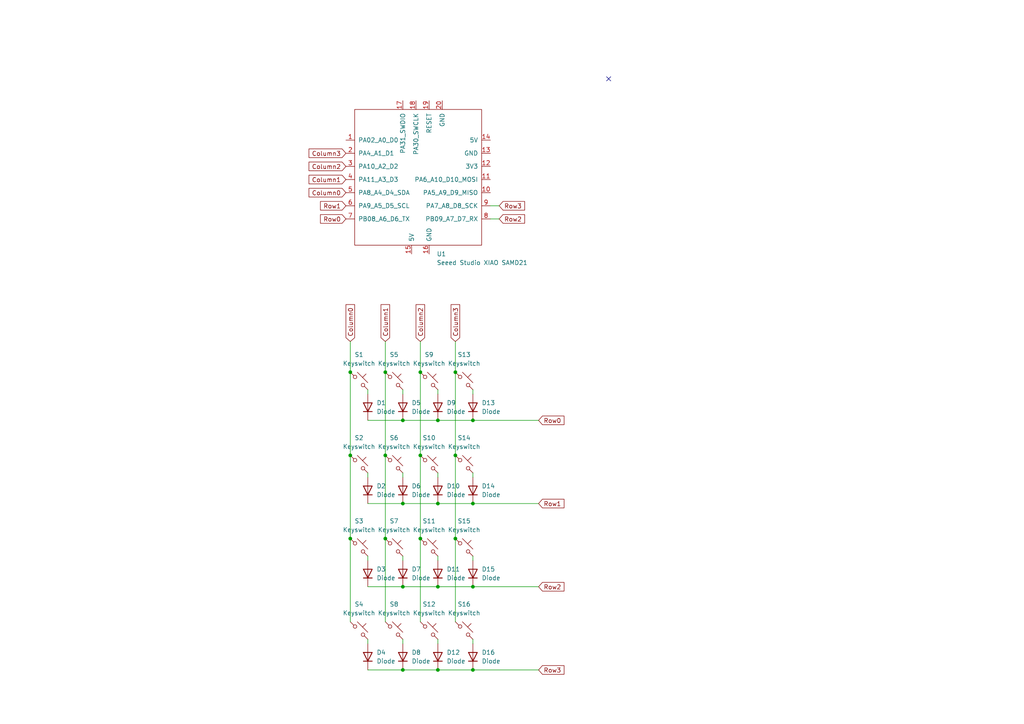
<source format=kicad_sch>
(kicad_sch (version 20231120) (generator "eeschema") (generator_version "8.0")
  (paper "A4")
  (lib_symbols
    (symbol "ScottoKeebs:Placeholder_Diode" (pin_numbers hide) (pin_names hide)
      (property "Reference" "D" (at 0 2.54 0))
      (property "Value" "Diode" (at 0 -2.54 0))
      (symbol "Placeholder_Diode_0_1"
        (polyline (pts (xy -1.27 1.27) (xy -1.27 -1.27)) (stroke (width 0.254)))
        (polyline (pts (xy 1.27 0) (xy -1.27 0)))
        (polyline (pts (xy 1.27 1.27) (xy 1.27 -1.27) (xy -1.27 0) (xy 1.27 1.27)) (stroke (width 0.254)))
      )
      (symbol "Placeholder_Diode_1_1"
        (pin passive line (at -3.81 0 0) (length 2.54) (name "K") (number "1"))
        (pin passive line (at 3.81 0 180) (length 2.54) (name "A") (number "2"))
      )
    )
    (symbol "ScottoKeebs:Placeholder_Keyswitch" (pin_numbers hide) (pin_names (offset 1.016) hide)
      (property "Reference" "S" (at 3.048 1.016 0))
      (property "Value" "Keyswitch" (at 0 -3.81 0))
      (symbol "Placeholder_Keyswitch_0_1"
        (circle (center -1.1684 1.1684) (radius 0.508))
        (polyline (pts (xy -0.508 2.54) (xy 2.54 -0.508)))
        (polyline (pts (xy 1.016 1.016) (xy 2.032 2.032)))
        (polyline (pts (xy -2.54 2.54) (xy -1.524 1.524) (xy -1.524 1.524)))
        (polyline (pts (xy 1.524 -1.524) (xy 2.54 -2.54) (xy 2.54 -2.54) (xy 2.54 -2.54)))
        (circle (center 1.143 -1.1938) (radius 0.508))
        (pin passive line (at -2.54 2.54 0) (length 0) (name "1") (number "1"))
        (pin passive line (at 2.54 -2.54 180) (length 0) (name "2") (number "2"))
      )
    )
    (symbol "Seeed_Studio_XIAO_Series:Seeed Studio XIAO SAMD21" (pin_names (offset 1.016))
      (property "Reference" "U" (at -19.05 22.86 0))
      (property "Value" "Seeed Studio XIAO SAMD21" (at -12.7 21.59 0))
      (symbol "Seeed Studio XIAO SAMD21_0_1"
        (rectangle (start -19.05 20.32) (end 17.78 -19.05))
      )
      (symbol "Seeed Studio XIAO SAMD21_1_1"
        (pin unspecified line (at -21.59 11.43 0) (length 2.54) (name "PA02_A0_D0") (number "1"))
        (pin unspecified line (at 20.32 -3.81 180) (length 2.54) (name "PA5_A9_D9_MISO") (number "10"))
        (pin unspecified line (at 20.32 0 180) (length 2.54) (name "PA6_A10_D10_MOSI") (number "11"))
        (pin unspecified line (at 20.32 3.81 180) (length 2.54) (name "3V3") (number "12"))
        (pin unspecified line (at 20.32 7.62 180) (length 2.54) (name "GND") (number "13"))
        (pin unspecified line (at 20.32 11.43 180) (length 2.54) (name "5V") (number "14"))
        (pin input line (at -2.54 -21.59 90) (length 2.54) (name "5V") (number "15"))
        (pin input line (at 2.54 -21.59 90) (length 2.54) (name "GND") (number "16"))
        (pin input line (at -5.08 22.86 270) (length 2.54) (name "PA31_SWDIO") (number "17"))
        (pin input line (at -1.27 22.86 270) (length 2.54) (name "PA30_SWCLK") (number "18"))
        (pin input line (at 2.54 22.86 270) (length 2.54) (name "RESET") (number "19"))
        (pin unspecified line (at -21.59 7.62 0) (length 2.54) (name "PA4_A1_D1") (number "2"))
        (pin input line (at 6.35 22.86 270) (length 2.54) (name "GND") (number "20"))
        (pin unspecified line (at -21.59 3.81 0) (length 2.54) (name "PA10_A2_D2") (number "3"))
        (pin unspecified line (at -21.59 0 0) (length 2.54) (name "PA11_A3_D3") (number "4"))
        (pin unspecified line (at -21.59 -3.81 0) (length 2.54) (name "PA8_A4_D4_SDA") (number "5"))
        (pin unspecified line (at -21.59 -7.62 0) (length 2.54) (name "PA9_A5_D5_SCL") (number "6"))
        (pin unspecified line (at -21.59 -11.43 0) (length 2.54) (name "PB08_A6_D6_TX") (number "7"))
        (pin unspecified line (at 20.32 -11.43 180) (length 2.54) (name "PB09_A7_D7_RX") (number "8"))
        (pin unspecified line (at 20.32 -7.62 180) (length 2.54) (name "PA7_A8_D8_SCK") (number "9"))
      )
    )
  )
  (junction (at 111.76 132.08))
  (junction (at 101.6 156.21))
  (junction (at 101.6 107.95))
  (junction (at 137.16 170.18))
  (junction (at 116.84 121.92))
  (junction (at 101.6 132.08))
  (junction (at 127 170.18))
  (junction (at 121.92 107.95))
  (junction (at 137.16 194.31))
  (junction (at 132.08 107.95))
  (junction (at 137.16 121.92))
  (junction (at 127 146.05))
  (junction (at 116.84 194.31))
  (junction (at 111.76 107.95))
  (junction (at 127 194.31))
  (junction (at 116.84 146.05))
  (junction (at 111.76 156.21))
  (junction (at 132.08 132.08))
  (junction (at 121.92 132.08))
  (junction (at 137.16 146.05))
  (junction (at 132.08 156.21))
  (junction (at 116.84 170.18))
  (junction (at 127 121.92))
  (junction (at 121.92 156.21))
  (no_connect (at 176.53 22.86))
  (wire (pts (xy 137.16 113.03) (xy 137.16 114.3)))
  (wire (pts (xy 106.68 138.43) (xy 106.68 137.16)))
  (wire (pts (xy 127 114.3) (xy 127 113.03)))
  (wire (pts (xy 127 170.18) (xy 137.16 170.18)))
  (wire (pts (xy 106.68 121.92) (xy 116.84 121.92)))
  (wire (pts (xy 127 162.56) (xy 127 161.29)))
  (wire (pts (xy 132.08 156.21) (xy 132.08 180.34)))
  (wire (pts (xy 127 138.43) (xy 127 137.16)))
  (wire (pts (xy 106.68 194.31) (xy 116.84 194.31)))
  (wire (pts (xy 116.84 121.92) (xy 127 121.92)))
  (wire (pts (xy 111.76 107.95) (xy 111.76 132.08)))
  (wire (pts (xy 101.6 99.06) (xy 101.6 107.95)))
  (wire (pts (xy 106.68 114.3) (xy 106.68 113.03)))
  (wire (pts (xy 111.76 156.21) (xy 111.76 180.34)))
  (wire (pts (xy 116.84 186.69) (xy 116.84 185.42)))
  (wire (pts (xy 127 194.31) (xy 137.16 194.31)))
  (wire (pts (xy 144.78 63.5) (xy 142.24 63.5)))
  (wire (pts (xy 127 121.92) (xy 137.16 121.92)))
  (wire (pts (xy 106.68 170.18) (xy 116.84 170.18)))
  (wire (pts (xy 101.6 132.08) (xy 101.6 156.21)))
  (wire (pts (xy 127 146.05) (xy 137.16 146.05)))
  (wire (pts (xy 137.16 146.05) (xy 156.21 146.05)))
  (wire (pts (xy 137.16 186.69) (xy 137.16 185.42)))
  (wire (pts (xy 132.08 107.95) (xy 132.08 132.08)))
  (wire (pts (xy 116.84 114.3) (xy 116.84 113.03)))
  (wire (pts (xy 132.08 132.08) (xy 132.08 156.21)))
  (wire (pts (xy 101.6 107.95) (xy 101.6 132.08)))
  (wire (pts (xy 137.16 121.92) (xy 156.21 121.92)))
  (wire (pts (xy 106.68 146.05) (xy 116.84 146.05)))
  (wire (pts (xy 116.84 194.31) (xy 127 194.31)))
  (wire (pts (xy 121.92 132.08) (xy 121.92 156.21)))
  (wire (pts (xy 116.84 146.05) (xy 127 146.05)))
  (wire (pts (xy 101.6 156.21) (xy 101.6 180.34)))
  (wire (pts (xy 111.76 132.08) (xy 111.76 156.21)))
  (wire (pts (xy 116.84 138.43) (xy 116.84 137.16)))
  (wire (pts (xy 132.08 99.06) (xy 132.08 107.95)))
  (wire (pts (xy 121.92 107.95) (xy 121.92 132.08)))
  (wire (pts (xy 121.92 156.21) (xy 121.92 180.34)))
  (wire (pts (xy 111.76 99.06) (xy 111.76 107.95)))
  (wire (pts (xy 116.84 162.56) (xy 116.84 161.29)))
  (wire (pts (xy 121.92 99.06) (xy 121.92 107.95)))
  (wire (pts (xy 106.68 186.69) (xy 106.68 185.42)))
  (wire (pts (xy 137.16 162.56) (xy 137.16 161.29)))
  (wire (pts (xy 106.68 162.56) (xy 106.68 161.29)))
  (wire (pts (xy 137.16 194.31) (xy 156.21 194.31)))
  (wire (pts (xy 137.16 170.18) (xy 156.21 170.18)))
  (wire (pts (xy 116.84 170.18) (xy 127 170.18)))
  (wire (pts (xy 127 186.69) (xy 127 185.42)))
  (wire (pts (xy 137.16 138.43) (xy 137.16 137.16)))
  (wire (pts (xy 144.78 59.69) (xy 142.24 59.69)))
  (global_label "Column0" (shape input) (at 101.6 99.06 90) (property "Intersheetrefs" "${INTERSHEET_REFS}" (effects (hide yes))))
  (global_label "Row0" (shape input) (at 156.21 121.92 0) (property "Intersheetrefs" "${INTERSHEET_REFS}" (effects (hide yes))))
  (global_label "Column0" (shape input) (at 100.33 55.88 180) (property "Intersheetrefs" "${INTERSHEET_REFS}" (effects (hide yes))))
  (global_label "Row3" (shape input) (at 144.78 59.69 0) (property "Intersheetrefs" "${INTERSHEET_REFS}" (effects (hide yes))))
  (global_label "Column2" (shape input) (at 121.92 99.06 90) (property "Intersheetrefs" "${INTERSHEET_REFS}" (effects (hide yes))))
  (global_label "Row3" (shape input) (at 156.21 194.31 0) (property "Intersheetrefs" "${INTERSHEET_REFS}" (effects (hide yes))))
  (global_label "Column1" (shape input) (at 100.33 52.07 180) (property "Intersheetrefs" "${INTERSHEET_REFS}" (effects (hide yes))))
  (global_label "Row1" (shape input) (at 100.33 59.69 180) (property "Intersheetrefs" "${INTERSHEET_REFS}" (effects (hide yes))))
  (global_label "Column2" (shape input) (at 100.33 48.26 180) (property "Intersheetrefs" "${INTERSHEET_REFS}" (effects (hide yes))))
  (global_label "Row1" (shape input) (at 156.21 146.05 0) (property "Intersheetrefs" "${INTERSHEET_REFS}" (effects (hide yes))))
  (global_label "Column3" (shape input) (at 100.33 44.45 180) (property "Intersheetrefs" "${INTERSHEET_REFS}" (effects (hide yes))))
  (global_label "Column3" (shape input) (at 132.08 99.06 90) (property "Intersheetrefs" "${INTERSHEET_REFS}" (effects (hide yes))))
  (global_label "Row0" (shape input) (at 100.33 63.5 180) (property "Intersheetrefs" "${INTERSHEET_REFS}" (effects (hide yes))))
  (global_label "Column1" (shape input) (at 111.76 99.06 90) (property "Intersheetrefs" "${INTERSHEET_REFS}" (effects (hide yes))))
  (global_label "Row2" (shape input) (at 144.78 63.5 0) (property "Intersheetrefs" "${INTERSHEET_REFS}" (effects (hide yes))))
  (global_label "Row2" (shape input) (at 156.21 170.18 0) (property "Intersheetrefs" "${INTERSHEET_REFS}" (effects (hide yes))))
  (symbol (lib_id "ScottoKeebs:Placeholder_Diode") (at 137.16 142.24 90) (unit 1)
    (property "Reference" "D14" (at 139.7 140.9699 90) (effects (justify right)))
    (property "Value" "Diode" (at 139.7 143.5099 90) (effects (justify right)))
    (property "Footprint" "ScottoKeebs_Components:Diode_DO-35" (effects (hide yes)))
    (property "Description" "1N4148 (DO-35) or 1N4148W (SOD-123)" (effects (hide yes)))
    (property "Sim.Device" "D" (effects (hide yes)))
    (property "Sim.Pins" "1=K 2=A" (effects (hide yes)))
  )
  (symbol (lib_id "ScottoKeebs:Placeholder_Diode") (at 127 142.24 90) (unit 1)
    (property "Reference" "D10" (at 129.54 140.9699 90) (effects (justify right)))
    (property "Value" "Diode" (at 129.54 143.5099 90) (effects (justify right)))
    (property "Footprint" "ScottoKeebs_Components:Diode_DO-35" (effects (hide yes)))
    (property "Description" "1N4148 (DO-35) or 1N4148W (SOD-123)" (effects (hide yes)))
    (property "Sim.Device" "D" (effects (hide yes)))
    (property "Sim.Pins" "1=K 2=A" (effects (hide yes)))
  )
  (symbol (lib_id "ScottoKeebs:Placeholder_Keyswitch") (at 114.3 182.88 0) (unit 1)
    (property "Reference" "S8" (at 114.3 175.26 0))
    (property "Value" "Keyswitch" (at 114.3 177.8 0))
    (property "Footprint" "ScottoKeebs_MX:MX_PCB_1.00u" (effects (hide yes)))
    (property "Description" "Push button switch, normally open, two pins, 45° tilted" (effects (hide yes)))
  )
  (symbol (lib_id "ScottoKeebs:Placeholder_Diode") (at 127 166.37 90) (unit 1)
    (property "Reference" "D11" (at 129.54 165.0999 90) (effects (justify right)))
    (property "Value" "Diode" (at 129.54 167.6399 90) (effects (justify right)))
    (property "Footprint" "ScottoKeebs_Components:Diode_DO-35" (effects (hide yes)))
    (property "Description" "1N4148 (DO-35) or 1N4148W (SOD-123)" (effects (hide yes)))
    (property "Sim.Device" "D" (effects (hide yes)))
    (property "Sim.Pins" "1=K 2=A" (effects (hide yes)))
  )
  (symbol (lib_id "ScottoKeebs:Placeholder_Diode") (at 137.16 118.11 90) (unit 1)
    (property "Reference" "D13" (at 139.7 116.8399 90) (effects (justify right)))
    (property "Value" "Diode" (at 139.7 119.3799 90) (effects (justify right)))
    (property "Footprint" "ScottoKeebs_Components:Diode_DO-35" (effects (hide yes)))
    (property "Description" "1N4148 (DO-35) or 1N4148W (SOD-123)" (effects (hide yes)))
    (property "Sim.Device" "D" (effects (hide yes)))
    (property "Sim.Pins" "1=K 2=A" (effects (hide yes)))
  )
  (symbol (lib_id "ScottoKeebs:Placeholder_Keyswitch") (at 114.3 134.62 0) (unit 1)
    (property "Reference" "S6" (at 114.3 127 0))
    (property "Value" "Keyswitch" (at 114.3 129.54 0))
    (property "Footprint" "ScottoKeebs_MX:MX_PCB_1.00u" (effects (hide yes)))
    (property "Description" "Push button switch, normally open, two pins, 45° tilted" (effects (hide yes)))
  )
  (symbol (lib_id "ScottoKeebs:Placeholder_Diode") (at 106.68 118.11 90) (unit 1)
    (property "Reference" "D1" (at 109.22 116.8399 90) (effects (justify right)))
    (property "Value" "Diode" (at 109.22 119.3799 90) (effects (justify right)))
    (property "Footprint" "ScottoKeebs_Components:Diode_DO-35" (effects (hide yes)))
    (property "Description" "1N4148 (DO-35) or 1N4148W (SOD-123)" (effects (hide yes)))
    (property "Sim.Device" "D" (effects (hide yes)))
    (property "Sim.Pins" "1=K 2=A" (effects (hide yes)))
  )
  (symbol (lib_id "ScottoKeebs:Placeholder_Keyswitch") (at 124.46 182.88 0) (unit 1)
    (property "Reference" "S12" (at 124.46 175.26 0))
    (property "Value" "Keyswitch" (at 124.46 177.8 0))
    (property "Footprint" "ScottoKeebs_MX:MX_PCB_1.00u" (effects (hide yes)))
    (property "Description" "Push button switch, normally open, two pins, 45° tilted" (effects (hide yes)))
  )
  (symbol (lib_id "ScottoKeebs:Placeholder_Keyswitch") (at 104.14 182.88 0) (unit 1)
    (property "Reference" "S4" (at 104.14 175.26 0))
    (property "Value" "Keyswitch" (at 104.14 177.8 0))
    (property "Footprint" "ScottoKeebs_MX:MX_PCB_1.00u" (effects (hide yes)))
    (property "Description" "Push button switch, normally open, two pins, 45° tilted" (effects (hide yes)))
  )
  (symbol (lib_id "ScottoKeebs:Placeholder_Keyswitch") (at 134.62 110.49 0) (unit 1)
    (property "Reference" "S13" (at 134.62 102.87 0))
    (property "Value" "Keyswitch" (at 134.62 105.41 0))
    (property "Footprint" "ScottoKeebs_MX:MX_PCB_1.00u" (effects (hide yes)))
    (property "Description" "Push button switch, normally open, two pins, 45° tilted" (effects (hide yes)))
  )
  (symbol (lib_id "ScottoKeebs:Placeholder_Keyswitch") (at 124.46 110.49 0) (unit 1)
    (property "Reference" "S9" (at 124.46 102.87 0))
    (property "Value" "Keyswitch" (at 124.46 105.41 0))
    (property "Footprint" "ScottoKeebs_MX:MX_PCB_1.00u" (effects (hide yes)))
    (property "Description" "Push button switch, normally open, two pins, 45° tilted" (effects (hide yes)))
  )
  (symbol (lib_id "ScottoKeebs:Placeholder_Keyswitch") (at 134.62 182.88 0) (unit 1)
    (property "Reference" "S16" (at 134.62 175.26 0))
    (property "Value" "Keyswitch" (at 134.62 177.8 0))
    (property "Footprint" "ScottoKeebs_MX:MX_PCB_1.00u" (effects (hide yes)))
    (property "Description" "Push button switch, normally open, two pins, 45° tilted" (effects (hide yes)))
  )
  (symbol (lib_id "ScottoKeebs:Placeholder_Keyswitch") (at 114.3 158.75 0) (unit 1)
    (property "Reference" "S7" (at 114.3 151.13 0))
    (property "Value" "Keyswitch" (at 114.3 153.67 0))
    (property "Footprint" "ScottoKeebs_MX:MX_PCB_1.00u" (effects (hide yes)))
    (property "Description" "Push button switch, normally open, two pins, 45° tilted" (effects (hide yes)))
  )
  (symbol (lib_id "Seeed_Studio_XIAO_Series:Seeed Studio XIAO SAMD21") (at 121.92 52.07 0) (unit 1)
    (property "Reference" "U1" (at 126.6541 73.66 0) (effects (justify left)))
    (property "Value" "Seeed Studio XIAO SAMD21" (at 126.6541 76.2 0) (effects (justify left)))
    (property "Footprint" "ScottoKeebs_MCU:Seeed_XIAO_RP2040" (effects (hide yes)))
  )
  (symbol (lib_id "ScottoKeebs:Placeholder_Diode") (at 116.84 190.5 90) (unit 1)
    (property "Reference" "D8" (at 119.38 189.2299 90) (effects (justify right)))
    (property "Value" "Diode" (at 119.38 191.7699 90) (effects (justify right)))
    (property "Footprint" "ScottoKeebs_Components:Diode_DO-35" (effects (hide yes)))
    (property "Description" "1N4148 (DO-35) or 1N4148W (SOD-123)" (effects (hide yes)))
    (property "Sim.Device" "D" (effects (hide yes)))
    (property "Sim.Pins" "1=K 2=A" (effects (hide yes)))
  )
  (symbol (lib_id "ScottoKeebs:Placeholder_Keyswitch") (at 134.62 158.75 0) (unit 1)
    (property "Reference" "S15" (at 134.62 151.13 0))
    (property "Value" "Keyswitch" (at 134.62 153.67 0))
    (property "Footprint" "ScottoKeebs_MX:MX_PCB_1.00u" (effects (hide yes)))
    (property "Description" "Push button switch, normally open, two pins, 45° tilted" (effects (hide yes)))
  )
  (symbol (lib_id "ScottoKeebs:Placeholder_Diode") (at 137.16 190.5 90) (unit 1)
    (property "Reference" "D16" (at 139.7 189.2299 90) (effects (justify right)))
    (property "Value" "Diode" (at 139.7 191.7699 90) (effects (justify right)))
    (property "Footprint" "ScottoKeebs_Components:Diode_DO-35" (effects (hide yes)))
    (property "Description" "1N4148 (DO-35) or 1N4148W (SOD-123)" (effects (hide yes)))
    (property "Sim.Device" "D" (effects (hide yes)))
    (property "Sim.Pins" "1=K 2=A" (effects (hide yes)))
  )
  (symbol (lib_id "ScottoKeebs:Placeholder_Diode") (at 116.84 142.24 90) (unit 1)
    (property "Reference" "D6" (at 119.38 140.9699 90) (effects (justify right)))
    (property "Value" "Diode" (at 119.38 143.5099 90) (effects (justify right)))
    (property "Footprint" "ScottoKeebs_Components:Diode_DO-35" (effects (hide yes)))
    (property "Description" "1N4148 (DO-35) or 1N4148W (SOD-123)" (effects (hide yes)))
    (property "Sim.Device" "D" (effects (hide yes)))
    (property "Sim.Pins" "1=K 2=A" (effects (hide yes)))
  )
  (symbol (lib_id "ScottoKeebs:Placeholder_Keyswitch") (at 104.14 158.75 0) (unit 1)
    (property "Reference" "S3" (at 104.14 151.13 0))
    (property "Value" "Keyswitch" (at 104.14 153.67 0))
    (property "Footprint" "ScottoKeebs_MX:MX_PCB_1.00u" (effects (hide yes)))
    (property "Description" "Push button switch, normally open, two pins, 45° tilted" (effects (hide yes)))
  )
  (symbol (lib_id "ScottoKeebs:Placeholder_Keyswitch") (at 114.3 110.49 0) (unit 1)
    (property "Reference" "S5" (at 114.3 102.87 0))
    (property "Value" "Keyswitch" (at 114.3 105.41 0))
    (property "Footprint" "ScottoKeebs_MX:MX_PCB_1.00u" (effects (hide yes)))
    (property "Description" "Push button switch, normally open, two pins, 45° tilted" (effects (hide yes)))
  )
  (symbol (lib_id "ScottoKeebs:Placeholder_Diode") (at 127 118.11 90) (unit 1)
    (property "Reference" "D9" (at 129.54 116.8399 90) (effects (justify right)))
    (property "Value" "Diode" (at 129.54 119.3799 90) (effects (justify right)))
    (property "Footprint" "ScottoKeebs_Components:Diode_DO-35" (effects (hide yes)))
    (property "Description" "1N4148 (DO-35) or 1N4148W (SOD-123)" (effects (hide yes)))
    (property "Sim.Device" "D" (effects (hide yes)))
    (property "Sim.Pins" "1=K 2=A" (effects (hide yes)))
  )
  (symbol (lib_id "ScottoKeebs:Placeholder_Keyswitch") (at 104.14 134.62 0) (unit 1)
    (property "Reference" "S2" (at 104.14 127 0))
    (property "Value" "Keyswitch" (at 104.14 129.54 0))
    (property "Footprint" "ScottoKeebs_MX:MX_PCB_1.00u" (effects (hide yes)))
    (property "Description" "Push button switch, normally open, two pins, 45° tilted" (effects (hide yes)))
  )
  (symbol (lib_id "ScottoKeebs:Placeholder_Diode") (at 116.84 166.37 90) (unit 1)
    (property "Reference" "D7" (at 119.38 165.0999 90) (effects (justify right)))
    (property "Value" "Diode" (at 119.38 167.6399 90) (effects (justify right)))
    (property "Footprint" "ScottoKeebs_Components:Diode_DO-35" (effects (hide yes)))
    (property "Description" "1N4148 (DO-35) or 1N4148W (SOD-123)" (effects (hide yes)))
    (property "Sim.Device" "D" (effects (hide yes)))
    (property "Sim.Pins" "1=K 2=A" (effects (hide yes)))
  )
  (symbol (lib_id "ScottoKeebs:Placeholder_Keyswitch") (at 134.62 134.62 0) (unit 1)
    (property "Reference" "S14" (at 134.62 127 0))
    (property "Value" "Keyswitch" (at 134.62 129.54 0))
    (property "Footprint" "ScottoKeebs_MX:MX_PCB_1.00u" (effects (hide yes)))
    (property "Description" "Push button switch, normally open, two pins, 45° tilted" (effects (hide yes)))
  )
  (symbol (lib_id "ScottoKeebs:Placeholder_Diode") (at 127 190.5 90) (unit 1)
    (property "Reference" "D12" (at 129.54 189.2299 90) (effects (justify right)))
    (property "Value" "Diode" (at 129.54 191.7699 90) (effects (justify right)))
    (property "Footprint" "ScottoKeebs_Components:Diode_DO-35" (effects (hide yes)))
    (property "Description" "1N4148 (DO-35) or 1N4148W (SOD-123)" (effects (hide yes)))
    (property "Sim.Device" "D" (effects (hide yes)))
    (property "Sim.Pins" "1=K 2=A" (effects (hide yes)))
  )
  (symbol (lib_id "ScottoKeebs:Placeholder_Diode") (at 116.84 118.11 90) (unit 1)
    (property "Reference" "D5" (at 119.38 116.8399 90) (effects (justify right)))
    (property "Value" "Diode" (at 119.38 119.3799 90) (effects (justify right)))
    (property "Footprint" "ScottoKeebs_Components:Diode_DO-35" (effects (hide yes)))
    (property "Description" "1N4148 (DO-35) or 1N4148W (SOD-123)" (effects (hide yes)))
    (property "Sim.Device" "D" (effects (hide yes)))
    (property "Sim.Pins" "1=K 2=A" (effects (hide yes)))
  )
  (symbol (lib_id "ScottoKeebs:Placeholder_Diode") (at 106.68 142.24 90) (unit 1)
    (property "Reference" "D2" (at 109.22 140.9699 90) (effects (justify right)))
    (property "Value" "Diode" (at 109.22 143.5099 90) (effects (justify right)))
    (property "Footprint" "ScottoKeebs_Components:Diode_DO-35" (effects (hide yes)))
    (property "Description" "1N4148 (DO-35) or 1N4148W (SOD-123)" (effects (hide yes)))
    (property "Sim.Device" "D" (effects (hide yes)))
    (property "Sim.Pins" "1=K 2=A" (effects (hide yes)))
  )
  (symbol (lib_id "ScottoKeebs:Placeholder_Diode") (at 106.68 166.37 90) (unit 1)
    (property "Reference" "D3" (at 109.22 165.0999 90) (effects (justify right)))
    (property "Value" "Diode" (at 109.22 167.6399 90) (effects (justify right)))
    (property "Footprint" "ScottoKeebs_Components:Diode_DO-35" (effects (hide yes)))
    (property "Description" "1N4148 (DO-35) or 1N4148W (SOD-123)" (effects (hide yes)))
    (property "Sim.Device" "D" (effects (hide yes)))
    (property "Sim.Pins" "1=K 2=A" (effects (hide yes)))
  )
  (symbol (lib_id "ScottoKeebs:Placeholder_Keyswitch") (at 124.46 134.62 0) (unit 1)
    (property "Reference" "S10" (at 124.46 127 0))
    (property "Value" "Keyswitch" (at 124.46 129.54 0))
    (property "Footprint" "ScottoKeebs_MX:MX_PCB_1.00u" (effects (hide yes)))
    (property "Description" "Push button switch, normally open, two pins, 45° tilted" (effects (hide yes)))
  )
  (symbol (lib_id "ScottoKeebs:Placeholder_Diode") (at 106.68 190.5 90) (unit 1)
    (property "Reference" "D4" (at 109.22 189.2299 90) (effects (justify right)))
    (property "Value" "Diode" (at 109.22 191.7699 90) (effects (justify right)))
    (property "Footprint" "ScottoKeebs_Components:Diode_DO-35" (effects (hide yes)))
    (property "Description" "1N4148 (DO-35) or 1N4148W (SOD-123)" (effects (hide yes)))
    (property "Sim.Device" "D" (effects (hide yes)))
    (property "Sim.Pins" "1=K 2=A" (effects (hide yes)))
  )
  (symbol (lib_id "ScottoKeebs:Placeholder_Keyswitch") (at 104.14 110.49 0) (unit 1)
    (property "Reference" "S1" (at 104.14 102.87 0))
    (property "Value" "Keyswitch" (at 104.14 105.41 0))
    (property "Footprint" "ScottoKeebs_MX:MX_PCB_1.00u" (effects (hide yes)))
    (property "Description" "Push button switch, normally open, two pins, 45° tilted" (effects (hide yes)))
  )
  (symbol (lib_id "ScottoKeebs:Placeholder_Diode") (at 137.16 166.37 90) (unit 1)
    (property "Reference" "D15" (at 139.7 165.0999 90) (effects (justify right)))
    (property "Value" "Diode" (at 139.7 167.6399 90) (effects (justify right)))
    (property "Footprint" "ScottoKeebs_Components:Diode_DO-35" (effects (hide yes)))
    (property "Description" "1N4148 (DO-35) or 1N4148W (SOD-123)" (effects (hide yes)))
    (property "Sim.Device" "D" (effects (hide yes)))
    (property "Sim.Pins" "1=K 2=A" (effects (hide yes)))
  )
  (symbol (lib_id "ScottoKeebs:Placeholder_Keyswitch") (at 124.46 158.75 0) (unit 1)
    (property "Reference" "S11" (at 124.46 151.13 0))
    (property "Value" "Keyswitch" (at 124.46 153.67 0))
    (property "Footprint" "ScottoKeebs_MX:MX_PCB_1.00u" (effects (hide yes)))
    (property "Description" "Push button switch, normally open, two pins, 45° tilted" (effects (hide yes)))
  )
)
</source>
